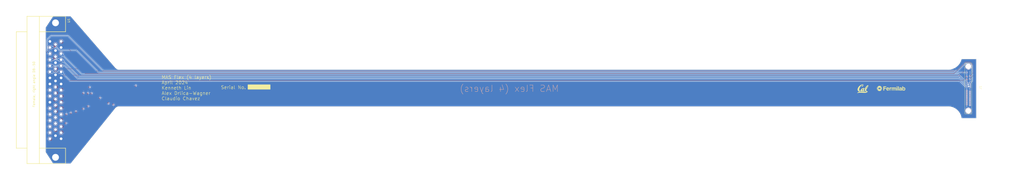
<source format=kicad_pcb>
(kicad_pcb (version 20221018) (generator pcbnew)
  (title_block (title "FNAL AstroDewar MAS Flex Circuit") (date "2024-01-13") (rev "1") (company "Lawrence Berkeley National Laboratory") (comment 1 "4 layers"))
  (layers (0 "F.Cu" signal) (1 "In1.Cu" signal) (2 "In2.Cu" signal) (31 "B.Cu" signal) (34 "B.Paste" user) (35 "F.Paste" user) (36 "B.SilkS" user "B.Silkscreen") (37 "F.SilkS" user "F.Silkscreen") (38 "B.Mask" user) (39 "F.Mask" user) (44 "Edge.Cuts" user))
  (net 0 "")
  (net 1 "GND")
  (net 2 "H1A")
  (net 3 "H2C")
  (net 4 "RGA")
  (net 5 "DGA")
  (net 6 "TGA")
  (net 7 "V1A")
  (net 8 "V2C")
  (net 9 "V3A")
  (net 10 "VREF")
  (net 11 "VDD")
  (net 12 "VDRAIN")
  (net 13 "P+MAS")
  (net 14 "VID2")
  (net 15 "VID1")
  (net 16 "VSUB")
  (net 17 "H1B")
  (net 18 "RGB")
  (net 19 "DGB")
  (net 20 "TGB")
  (net 21 "V1B")
  (net 22 "V3B")
  (net 23 "N+MAS")
  (net 24 "VID4")
  (net 25 "VID3")
  (net 28 "H3A")
  (net 29 "SWA")
  (net 30 "OGA")
  (net 31 "H3B")
  (net 32 "SWB")
  (net 33 "OGB")
  (footprint "projectFootprints:Omnetics_A28500-051_vertmount" (layer "F.Cu") (at 527.605664 220.628284 90)
    (fp_text reference "J1" (at 8.3947 6.199 90 unlocked) (layer "F.SilkS") (effects (font (thickness 0.1))))
    (fp_text value "Conn_02x25_Top_Bottom")
    (pad "1" thru_hole circle (at 0 0 90) (size 0.5334 0.5334) (drill 0.3302) (layers "*.Cu" "*.Mask") (net 1 "GND"))
    (pad "2" thru_hole circle (at 0.635 0 90) (size 0.5334 0.5334) (drill 0.3302) (layers "*.Cu" "*.Mask") (net 2 "H1A"))
    (pad "3" thru_hole circle (at 1.27 0 90) (size 0.5334 0.5334) (drill 0.3302) (layers "*.Cu" "*.Mask") (net 3 "H2C"))
    (pad "4" thru_hole circle (at 1.905 0 90) (size 0.5334 0.5334) (drill 0.3302) (layers "*.Cu" "*.Mask") (net 28 "H3A"))
    (pad "5" thru_hole circle (at 2.54 0 90) (size 0.5334 0.5334) (drill 0.3302) (layers "*.Cu" "*.Mask") (net 4 "RGA"))
    (pad "6" thru_hole circle (at 3.175 0 90) (size 0.5334 0.5334) (drill 0.3302) (layers "*.Cu" "*.Mask") (net 29 "SWA"))
    (pad "7" thru_hole circle (at 3.81 0 90) (size 0.5334 0.5334) (drill 0.3302) (layers "*.Cu" "*.Mask") (net 30 "OGA"))
    (pad "8" thru_hole circle (at 4.445 0 90) (size 0.5334 0.5334) (drill 0.3302) (layers "*.Cu" "*.Mask") (net 5 "DGA"))
    (pad "9" thru_hole circle (at 5.08 0 90) (size 0.5334 0.5334) (drill 0.3302) (layers "*.Cu" "*.Mask") (net 6 "TGA"))
    (pad "10" thru_hole circle (at 5.715 0 90) (size 0.5334 0.5334) (drill 0.3302) (layers "*.Cu" "*.Mask") (net 7 "V1A"))
    (pad "11" thru_hole circle (at 6.35 0 90) (size 0.5334 0.5334) (drill 0.3302) (layers "*.Cu" "*.Mask") (net 8 "V2C"))
    (pad "12" thru_hole circle (at 6.985 0 90) (size 0.5334 0.5334) (drill 0.3302) (layers "*.Cu" "*.Mask") (net 9 "V3A"))
    (pad "13" thru_hole circle (at 7.62 0 90) (size 0.5334 0.5334) (drill 0.3302) (layers "*.Cu" "*.Mask") (net 1 "GND"))
    (pad "14" thru_hole circle (at 8.255 0 90) (size 0.5334 0.5334) (drill 0.3302) (layers "*.Cu" "*.Mask") (net 1 "GND"))
    (pad "15" thru_hole circle (at 8.89 0 90) (size 0.5334 0.5334) (drill 0.3302) (layers "*.Cu" "*.Mask") (net 10 "VREF"))
    (pad "16" thru_hole circle (at 9.525 0 90) (size 0.5334 0.5334) (drill 0.3302) (layers "*.Cu" "*.Mask") (net 11 "VDD"))
    (pad "17" thru_hole circle (at 10.16 0 90) (size 0.5334 0.5334) (drill 0.3302) (layers "*.Cu" "*.Mask") (net 12 "VDRAIN"))
    (pad "18" thru_hole circle (at 10.795 0 90) (size 0.5334 0.5334) (drill 0.3302) (layers "*.Cu" "*.Mask") (net 13 "P+MAS"))
    (pad "19" thru_hole circle (at 11.43 0 90) (size 0.5334 0.5334) (drill 0.3302) (layers "*.Cu" "*.Mask") (net 1 "GND"))
    (pad "20" thru_hole circle (at 12.065 0 90) (size 0.5334 0.5334) (drill 0.3302) (layers "*.Cu" "*.Mask") (net 14 "VID2"))
    (pad "21" thru_hole circle (at 12.7 0 90) (size 0.5334 0.5334) (drill 0.3302) (layers "*.Cu" "*.Mask") (net 1 "GND"))
    (pad "22" thru_hole circle (at 13.335 0 90) (size 0.5334 0.5334) (drill 0.3302) (layers "*.Cu" "*.Mask") (net 15 "VID1"))
    (pad "23" thru_hole circle (at 13.97 0 90) (size 0.5334 0.5334) (drill 0.3302) (layers "*.Cu" "*.Mask") (net 1 "GND"))
    (pad "24" thru_hole circle (at 14.605 0 90) (size 0.5334 0.5334) (drill 0.3302) (layers "*.Cu" "*.Mask") (net 1 "GND"))
    (pad "25" thru_hole circle (at 15.24 0 90) (size 0.5334 0.5334) (drill 0.3302) (layers "*.Cu" "*.Mask") (net 16 "VSUB"))
    (pad "26" thru_hole circle (at 15.875 0 90) (size 0.5334 0.5334) (drill 0.3302) (layers "*.Cu" "*.Mask") (net 1 "GND"))
    (pad "27" thru_hole circle (at 0.3175 1.4478 90) (size 0.5334 0.5334) (drill 0.3302) (layers "*.Cu" "*.Mask") (net 31 "H3B"))
    (pad "28" thru_hole circle (at 0.9525 1.4478 90) (size 0.5334 0.5334) (drill 0.3302) (layers "*.Cu" "*.Mask") (net 3 "H2C"))
    (pad "29" thru_hole circle (at 1.5875 1.4478 90) (size 0.5334 0.5334) (drill 0.3302) (layers "*.Cu" "*.Mask") (net 17 "H1B"))
    (pad "30" thru_hole circle (at 2.2225 1.4478 90) (size 0.5334 0.5334) (drill 0.3302) (layers "*.Cu" "*.Mask") (net 18 "RGB"))
    (pad "31" thru_hole circle (at 2.8575 1.4478 90) (size 0.5334 0.5334) (drill 0.3302) (layers "*.Cu" "*.Mask") (net 32 "SWB"))
    (pad "32" thru_hole circle (at 3.4925 1.4478 90) (size 0.5334 0.5334) (drill 0.3302) (layers "*.Cu" "*.Mask") (net 33 "OGB"))
    (pad "33" thru_hole circle (at 4.1275 1.4478 90) (size 0.5334 0.5334) (drill 0.3302) (layers "*.Cu" "*.Mask") (net 19 "DGB"))
    (pad "34" thru_hole circle (at 4.7625 1.4478 90) (size 0.5334 0.5334) (drill 0.3302) (layers "*.Cu" "*.Mask") (net 20 "TGB"))
    (pad "35" thru_hole circle (at 5.3975 1.4478 90) (size 0.5334 0.5334) (drill 0.3302) (layers "*.Cu" "*.Mask") (net 21 "V1B"))
    (pad "36" thru_hole circle (at 6.0325 1.4478 90) (size 0.5334 0.5334) (drill 0.3302) (layers "*.Cu" "*.Mask") (net 8 "V2C"))
    (pad "37" thru_hole circle (at 6.6675 1.4478 90) (size 0.5334 0.5334) (drill 0.3302) (layers "*.Cu" "*.Mask") (net 22 "V3B"))
    (pad "38" thru_hole circle (at 7.3025 1.4478 90) (size 0.5334 0.5334) (drill 0.3302) (layers "*.Cu" "*.Mask") (net 1 "GND"))
    (pad "39" thru_hole circle (at 7.9375 1.4478 90) (size 0.5334 0.5334) (drill 0.3302) (layers "*.Cu" "*.Mask") (net 1 "GND"))
    (pad "40" thru_hole circle (at 8.5725 1.4478 90) (size 0.5334 0.5334) (drill 0.3302) (layers "*.Cu" "*.Mask") (net 10 "VREF"))
    (pad "41" thru_hole circle (at 9.2075 1.4478 90) (size 0.5334 0.5334) (drill 0.3302) (layers "*.Cu" "*.Mask") (net 11 "VDD"))
    (pad "42" thru_hole circle (at 9.8425 1.4478 90) (size 0.5334 0.5334) (drill 0.3302) (layers "*.Cu" "*.Mask") (net 12 "VDRAIN"))
    (pad "43" thru_hole circle (at 10.4775 1.4478 90) (size 0.5334 0.5334) (drill 0.3302) (layers "*.Cu" "*.Mask") (net 23 "N+MAS"))
    (pad "44" thru_hole circle (at 11.1125 1.4478 90) (size 0.5334 0.5334) (drill 0.3302) (layers "*.Cu" "*.Mask") (net 1 "GND"))
    (pad "45" thru_hole circle (at 11.7475 1.4478 90) (size 0.5334 0.5334) (drill 0.3302) (layers "*.Cu" "*.Mask") (net 1 "GND"))
    (pad "46" thru_hole circle (at 12.3825 1.4478 90) (size 0.5334 0.5334) (drill 0.3302) (layers "*.Cu" "*.Mask") (net 24 "VID4"))
    (pad "47" thru_hole circle (at 13.0175 1.4478 90) (size 0.5334 0.5334) (drill 0.3302) (layers "*.Cu" "*.Mask") (net 1 "GND"))
    (pad "48" thru_hole circle (at 13.6525 1.4478 90) (size 0.5334 0.5334) (drill 0.3302) (layers "*.Cu" "*.Mask") (net 25 "VID3"))
    (pad "49" thru_hole circle (at 14.2875 1.4478 90) (size 0.5334 0.5334) (drill 0.3302) (layers "*.Cu" "*.Mask") (net 1 "GND"))
    (pad "50" thru_hole circle (at 14.9225 1.4478 90) (size 0.5334 0.5334) (drill 0.3302) (layers "*.Cu" "*.Mask") (net 1 "GND"))
    (pad "51" thru_hole circle (at 15.5575 1.4478 90) (size 0.5334 0.5334) (drill 0.3302) (layers "*.Cu" "*.Mask") (net 1 "GND"))
    (pad "52" thru_hole circle (at -2.159 0.7112 90) (size 2.7432 2.7432) (drill 2.54) (layers "*.Cu" "*.Mask"))
    (pad "53" thru_hole circle (at 18.034 0.7112 90) (size 2.7432 2.7432) (drill 2.54) (layers "*.Cu" "*.Mask"))
  )
  (footprint "projectFootprints:fnal_logo" (layer "F.Cu") (at 493.217631 212.636424)
    (fp_text reference "G***" hide)
    (fp_text value "LOGO" hide)
  )
  (footprint "projectFootprints:DB50-Female-RightAngle-1195-5050-ND" (layer "F.Cu") (at 116.482431 191.224024 -90)
    (fp_text reference "U1" (at -9.5 -3.5 90) (layer "F.SilkS"))
    (fp_text value "DB-50-LTA-V2" hide)
    (pad "1" thru_hole rect (at 44.2978 0.0002 270) (size 1.7018 1.7018) (drill 1.1938) (layers "*.Cu" "*.Mask") (net 1 "GND"))
    (pad "2" thru_hole circle (at 41.5292 0.0002 270) (size 1.7018 1.7018) (drill 1.1938) (layers "*.Cu" "*.Mask") (net 2 "H1A"))
    (pad "3" thru_hole circle (at 38.7606 0.0002 270) (size 1.7018 1.7018) (drill 1.1938) (layers "*.Cu" "*.Mask") (net 3 "H2C"))
    (pad "4" thru_hole circle (at 35.992 0.0002 270) (size 1.7018 1.7018) (drill 1.1938) (layers "*.Cu" "*.Mask") (net 28 "H3A"))
    (pad "5" thru_hole circle (at 33.2234 0.0002 270) (size 1.7018 1.7018) (drill 1.1938) (layers "*.Cu" "*.Mask") (net 4 "RGA"))
    (pad "6" thru_hole circle (at 30.4548 0.0002 270) (size 1.7018 1.7018) (drill 1.1938) (layers "*.Cu" "*.Mask") (net 29 "SWA"))
    (pad "7" thru_hole circle (at 27.6862 0.0002 270) (size 1.7018 1.7018) (drill 1.1938) (layers "*.Cu" "*.Mask") (net 30 "OGA"))
    (pad "8" thru_hole circle (at 24.9176 0.0002 270) (size 1.7018 1.7018) (drill 1.1938) (layers "*.Cu" "*.Mask") (net 5 "DGA"))
    (pad "9" thru_hole circle (at 22.149 0.0002 270) (size 1.7018 1.7018) (drill 1.1938) (layers "*.Cu" "*.Mask") (net 6 "TGA"))
    (pad "10" thru_hole circle (at 19.3804 0.0002 270) (size 1.7018 1.7018) (drill 1.1938) (layers "*.Cu" "*.Mask") (net 1 "GND"))
    (pad "11" thru_hole circle (at 16.6118 0.0002 270) (size 1.7018 1.7018) (drill 1.1938) (layers "*.Cu" "*.Mask") (net 1 "GND"))
    (pad "12" thru_hole circle (at 13.8432 0.0002 270) (size 1.7018 1.7018) (drill 1.1938) (layers "*.Cu" "*.Mask") (net 10 "VREF"))
    (pad "13" thru_hole circle (at 11.0746 0.0002 270) (size 1.7018 1.7018) (drill 1.1938) (layers "*.Cu" "*.Mask") (net 11 "VDD"))
    (pad "14" thru_hole circle (at 8.306 0.0002 270) (size 1.7018 1.7018) (drill 1.1938) (layers "*.Cu" "*.Mask") (net 12 "VDRAIN"))
    (pad "15" thru_hole circle (at 5.5374 0.0002 270) (size 1.7018 1.7018) (drill 1.1938) (layers "*.Cu" "*.Mask") (net 13 "P+MAS"))
    (pad "16" thru_hole circle (at 2.7688 0.0002 270) (size 1.7018 1.7018) (drill 1.1938) (layers "*.Cu" "*.Mask") (net 1 "GND"))
    (pad "17" thru_hole circle (at 0.0002 0.0002 270) (size 1.7018 1.7018) (drill 1.1938) (layers "*.Cu" "*.Mask") (net 24 "VID4"))
    (pad "18" thru_hole circle (at 42.9135 2.54 270) (size 1.7018 1.7018) (drill 1.1938) (layers "*.Cu" "*.Mask") (net 1 "GND"))
    (pad "19" thru_hole circle (at 40.1449 2.54 270) (size 1.7018 1.7018) (drill 1.1938) (layers "*.Cu" "*.Mask") (net 31 "H3B"))
    (pad "20" thru_hole circle (at 37.3763 2.54 270) (size 1.7018 1.7018) (drill 1.1938) (layers "*.Cu" "*.Mask") (net 3 "H2C"))
    (pad "21" thru_hole circle (at 34.6077 2.54 270) (size 1.7018 1.7018) (drill 1.1938) (layers "*.Cu" "*.Mask") (net 17 "H1B"))
    (pad "22" thru_hole circle (at 31.8391 2.54 270) (size 1.7018 1.7018) (drill 1.1938) (layers "*.Cu" "*.Mask") (net 18 "RGB"))
    (pad "23" thru_hole circle (at 29.0705 2.54 270) (size 1.7018 1.7018) (drill 1.1938) (layers "*.Cu" "*.Mask") (net 32 "SWB"))
    (pad "24" thru_hole circle (at 26.3019 2.54 270) (size 1.7018 1.7018) (drill 1.1938) (layers "*.Cu" "*.Mask") (net 33 "OGB"))
    (pad "25" thru_hole circle (at 23.5333 2.54 270) (size 1.7018 1.7018) (drill 1.1938) (layers "*.Cu" "*.Mask") (net 19 "DGB"))
    (pad "26" thru_hole circle (at 20.7647 2.54 270) (size 1.7018 1.7018) (drill 1.1938) (layers "*.Cu" "*.Mask") (net 20 "TGB"))
    (pad "27" thru_hole circle (at 17.9961 2.54 270) (size 1.7018 1.7018) (drill 1.1938) (layers "*.Cu" "*.Mask") (net 1 "GND"))
    (pad "28" thru_hole circle (at 15.2275 2.54 270) (size 1.7018 1.7018) (drill 1.1938) (layers "*.Cu" "*.Mask") (net 1 "GND"))
    (pad "29" thru_hole circle (at 12.4589 2.54 270) (size 1.7018 1.7018) (drill 1.1938) (layers "*.Cu" "*.Mask") (net 25 "VID3"))
    (pad "30" thru_hole circle (at 9.6903 2.54 270) (size 1.7018 1.7018) (drill 1.1938) (layers "*.Cu" "*.Mask") (net 1 "GND"))
    (pad "31" thru_hole circle (at 6.9217 2.54 270) (size 1.7018 1.7018) (drill 1.1938) (layers "*.Cu" "*.Mask") (net 14 "VID2"))
    (pad "32" thru_hole circle (at 4.1531 2.54 270) (size 1.7018 1.7018) (drill 1.1938) (layers "*.Cu" "*.Mask") (net 1 "GND"))
    (pad "33" thru_hole circle (at 1.3845 2.54 270) (size 1.7018 1.7018) (drill 1.1938) (layers "*.Cu" "*.Mask") (net 15 "VID1"))
    (pad "34" thru_hole circle (at 44.2978 5.0798 270) (size 1.7018 1.7018) (drill 1.1938) (layers "*.Cu" "*.Mask") (net 7 "V1A"))
    (pad "35" thru_hole circle (at 41.5292 5.0798 270) (size 1.7018 1.7018) (drill 1.1938) (layers "*.Cu" "*.Mask") (net 21 "V1B"))
    (pad "36" thru_hole circle (at 38.7606 5.0798 270) (size 1.7018 1.7018) (drill 1.1938) (layers "*.Cu" "*.Mask") (net 8 "V2C"))
    (pad "37" thru_hole circle (at 35.992 5.0798 270) (size 1.7018 1.7018) (drill 1.1938) (layers "*.Cu" "*.Mask") (net 8 "V2C"))
    (pad "38" thru_hole circle (at 33.2234 5.0798 270) (size 1.7018 1.7018) (drill 1.1938) (layers "*.Cu" "*.Mask") (net 9 "V3A"))
    (pad "39" thru_hole circle (at 30.4548 5.0798 270) (size 1.7018 1.7018) (drill 1.1938) (layers "*.Cu" "*.Mask") (net 22 "V3B"))
    (pad "40" thru_hole circle (at 27.6862 5.0798 270) (size 1.7018 1.7018) (drill 1.1938) (layers "*.Cu" "*.Mask") (net 1 "GND"))
    (pad "41" thru_hole circle (at 24.9176 5.0798 270) (size 1.7018 1.7018) (drill 1.1938) (layers "*.Cu" "*.Mask"))
    (pad "42" thru_hole circle (at 22.149 5.0798 270) (size 1.7018 1.7018) (drill 1.1938) (layers "*.Cu" "*.Mask"))
    (pad "43" thru_hole circle (at 19.3804 5.0798 270) (size 1.7018 1.7018) (drill 1.1938) (layers "*.Cu" "*.Mask") (net 1 "GND"))
    (pad "44" thru_hole circle (at 16.6118 5.0798 270) (size 1.7018 1.7018) (drill 1.1938) (layers "*.Cu" "*.Mask") (net 1 "GND"))
    (pad "45" thru_hole circle (at 13.8432 5.0798 270) (size 1.7018 1.7018) (drill 1.1938) (layers "*.Cu" "*.Mask") (net 10 "VREF"))
    (pad "46" thru_hole circle (at 11.0746 5.0798 270) (size 1.7018 1.7018) (drill 1.1938) (layers "*.Cu" "*.Mask") (net 11 "VDD"))
    (pad "47" thru_hole circle (at 8.306 5.0798 270) (size 1.7018 1.7018) (drill 1.1938) (layers "*.Cu" "*.Mask") (net 12 "VDRAIN"))
    (pad "48" thru_hole circle (at 5.5374 5.0798 270) (size 1.7018 1.7018) (drill 1.1938) (layers "*.Cu" "*.Mask") (net 23 "N+MAS"))
    (pad "49" thru_hole circle (at 2.7688 5.0798 270) (size 1.7018 1.7018) (drill 1.1938) (layers "*.Cu" "*.Mask") (net 16 "VSUB"))
    (pad "50" thru_hole circle (at 0.0002 5.0798 270) (size 1.7018 1.7018) (drill 1.1938) (layers "*.Cu" "*.Mask") (net 1 "GND"))
    (pad "51" thru_hole circle (at 52.756 2.54 270) (size 3.556 3.556) (drill 3.1) (layers "*.Cu" "*.Mask") (net 1 "GND"))
    (pad "52" thru_hole circle (at -8.458 2.54 270) (size 3.556 3.556) (drill 3.1) (layers "*.Cu" "*.Mask") (net 1 "GND"))
  )
  (footprint "projectFootprints:cal" (layer "F.Cu") (at 480.390631 212.763424)
    (fp_text reference "G***" hide)
    (fp_text value "LOGO" hide)
  )
  (gr_rect (start 201.293031 210.934624) (end 211.402231 213.017424) (stroke (width 0.15)) (fill solid) (layer "F.SilkS"))
  (gr_line (start 120.800431 246.8) (end 141.045794 221.620943) (stroke (width 0.1)) (layer "Edge.Cuts"))
  (gr_arc (start 142.977051 204.080424) (mid 141.922394 203.894623) (end 141.061635 203.257506) (stroke (width 0.1)) (layer "Edge.Cuts"))
  (gr_line (start 109.5 184.937724) (end 109.5 241.592424) (stroke (width 0.1)) (layer "Edge.Cuts"))
  (gr_line (start 142.977051 204.080424) (end 518.824569 204.080424) (stroke (width 0.1)) (layer "Edge.Cuts"))
  (gr_line (start 120.800431 179.83) (end 141.061635 203.257506) (stroke (width 0.1)) (layer "Edge.Cuts"))
  (gr_arc (start 518.842217 220.790648) (mid 523.087598 222.237194) (end 525.258955 226.1616) (stroke (width 0.1)) (layer "Edge.Cuts"))
  (gr_line (start 525.258955 199.29529) (end 531.878693 199.29529) (stroke (width 0.1)) (layer "Edge.Cuts"))
  (gr_line (start 109.5 184.937724) (end 112.875631 179.83) (stroke (width 0.1)) (layer "Edge.Cuts"))
  (gr_line (start 109.5 241.592424) (end 112.875631 246.8) (stroke (width 0.1)) (layer "Edge.Cuts"))
  (gr_arc (start 525.258955 199.29529) (mid 522.900053 202.841968) (end 518.824569 204.080424) (stroke (width 0.1)) (layer "Edge.Cuts"))
  (gr_line (start 531.878693 199.29529) (end 531.881716 226.1616) (stroke (width 0.1)) (layer "Edge.Cuts"))
  (gr_arc (start 141.045794 221.620943) (mid 141.913041 220.978708) (end 142.975682 220.79062) (stroke (width 0.1)) (layer "Edge.Cuts"))
  (gr_line (start 525.258955 226.1616) (end 531.881716 226.1616) (stroke (width 0.1)) (layer "Edge.Cuts"))
  (gr_line (start 142.975682 220.790619) (end 518.842216 220.790619) (stroke (width 0.1)) (layer "Edge.Cuts"))
  (gr_line (start 112.875631 179.83) (end 120.800431 179.83) (stroke (width 0.1)) (layer "Edge.Cuts"))
  (gr_line (start 112.875631 246.8) (end 120.800431 246.8) (stroke (width 0.1)) (layer "Edge.Cuts"))
  (gr_text "MAS Flex (4 layers)" (at 342.5952 214.4268) (layer "B.SilkS") (effects (font (size 3 3)) (justify left bottom mirror)))
  (gr_text "Serial No. " (at 188.948631 213.017424) (layer "F.SilkS") (effects (font (size 1.5 1.5)) (justify left bottom)))
  (gr_text "Female, right angle DB-50" (at 104.747631 221.247024 90) (layer "F.SilkS") (effects (font (size 1 1)) (justify left bottom)))
  (gr_text "MAS Flex (4 layers)\nApril 2024\nKenneth Lin\nAlex Drlica-Wagner\nClaudio Chavez" (at 162.024631 218.097424) (layer "F.SilkS") (effects (font (size 1.5 1.5)) (justify left bottom)))
  (segment (start 123.2408 226.5172) (end 117.004776 232.753224) (width 0.1524) (layer "F.Cu") (net 2))
  (segment (start 123.2408 223.0628) (end 123.2408 226.5172) (width 0.1524) (layer "F.Cu") (net 2))
  (segment (start 117.004776 232.753224) (end 116.482231 232.753224) (width 0.1524) (layer "F.Cu") (net 2))
  (via (at 123.2408 223.0628) (size 0.8) (drill 0.4) (layers "F.Cu" "B.Cu") (net 2))
  (segment (start 120.904 223.6724) (end 120.904 228.092) (width 0.1524) (layer "F.Cu") (net 3))
  (segment (start 119.011376 229.984624) (end 116.482231 229.984624) (width 0.1524) (layer "F.Cu") (net 3))
  (segment (start 120.904 228.092) (end 119.011376 229.984624) (width 0.1524) (layer "F.Cu") (net 3))
  (via (at 120.904 223.6724) (size 0.8) (drill 0.4) (layers "F.Cu" "B.Cu") (net 3))
  (segment (start 126.6698 214.7062) (end 125.222 216.154) (width 0.1524) (layer "F.Cu") (net 5))
  (segment (start 125.222 216.154) (end 116.494607 216.154) (width 0.1524) (layer "F.Cu") (net 5))
  (segment (start 116.494607 216.154) (end 116.482231 216.141624) (width 0.1524) (layer "F.Cu") (net 5))
  (via (at 126.6698 214.7062) (size 0.8) (drill 0.4) (layers "F.Cu" "B.Cu") (net 5))
  (segment (start 129.4892 212.0392) (end 117.816055 212.0392) (width 0.1524) (layer "F.Cu") (net 6))
  (segment (start 117.816055 212.0392) (end 116.482231 213.373024) (width 0.1524) (layer "F.Cu") (net 6))
  (via (at 129.4892 212.0392) (size 0.8) (drill 0.4) (layers "F.Cu" "B.Cu") (net 6))
  (segment (start 150.4188 211.328) (end 150.3172 211.328) (width 0.1524) (layer "F.Cu") (net 7))
  (segment (start 150.3172 211.328) (end 123.583376 238.061824) (width 0.1524) (layer "F.Cu") (net 7))
  (segment (start 123.583376 238.061824) (end 113.942631 238.061824) (width 0.1524) (layer "F.Cu") (net 7))
  (segment (start 113.942631 238.061824) (end 111.402631 235.521824) (width 0.1524) (layer "F.Cu") (net 7))
  (via (at 150.4188 211.328) (size 0.8) (drill 0.4) (layers "F.Cu" "B.Cu") (net 7))
  (segment (start 120.7008 209.296) (end 116.482231 205.077431) (width 0.3048) (layer "B.Cu") (net 10))
  (segment (start 526.901484 211.738284) (end 524.4592 209.296) (width 0.3048) (layer "B.Cu") (net 10))
  (segment (start 116.317455 205.232) (end 111.567407 205.232) (width 0.3048) (layer "B.Cu") (net 10))
  (segment (start 111.567407 205.232) (end 111.402631 205.067224) (width 0.3048) (layer "B.Cu") (net 10))
  (segment (start 524.4592 209.296) (end 120.7008 209.296) (width 0.3048) (layer "B.Cu") (net 10))
  (segment (start 527.605664 211.738284) (end 527.815884 211.738284) (width 0.3048) (layer "B.Cu") (net 10))
  (segment (start 527.815884 211.738284) (end 528.133384 212.055784) (width 0.3048) (layer "B.Cu") (net 10))
  (segment (start 116.482231 205.067224) (end 116.317455 205.232) (width 0.3048) (layer "B.Cu") (net 10))
  (segment (start 527.605664 211.738284) (end 526.901484 211.738284) (width 0.3048) (layer "B.Cu") (net 10))
  (segment (start 116.482231 205.077431) (end 116.482231 205.067224) (width 0.3048) (layer "B.Cu") (net 10))
  (segment (start 528.133384 212.055784) (end 529.053464 212.055784) (width 0.3048) (layer "B.Cu") (net 10))
  (segment (start 118.158831 202.298624) (end 111.402631 202.298624) (width 0.3048) (layer "B.Cu") (net 11))
  (segment (start 529.053464 211.420784) (end 528.952083 211.420784) (width 0.3048) (layer "B.Cu") (net 11))
  (segment (start 527.576599 211.1756) (end 524.477799 208.0768) (width 0.3048) (layer "B.Cu") (net 11))
  (segment (start 524.477799 208.0768) (end 123.937007 208.0768) (width 0.3048) (layer "B.Cu") (net 11))
  (segment (start 528.952083 211.420784) (end 528.706899 211.1756) (width 0.3048) (layer "B.Cu") (net 11))
  (segment (start 528.706899 211.1756) (end 527.576599 211.1756) (width 0.3048) (layer "B.Cu") (net 11))
  (segment (start 123.937007 208.0768) (end 118.158831 202.298624) (width 0.3048) (layer "B.Cu") (net 11))
  (segment (start 529.053464 210.785784) (end 528.952083 210.785784) (width 0.3048) (layer "B.Cu") (net 12))
  (segment (start 116.827624 199.530024) (end 111.402631 199.530024) (width 0.3048) (layer "B.Cu") (net 12))
  (segment (start 124.4092 207.1116) (end 116.827624 199.530024) (width 0.3048) (layer "B.Cu") (net 12))
  (segment (start 528.952083 210.785784) (end 528.579899 210.4136) (width 0.3048) (layer "B.Cu") (net 12))
  (segment (start 528.579899 210.4136) (end 527.449599 210.4136) (width 0.3048) (layer "B.Cu") (net 12))
  (segment (start 527.449599 210.4136) (end 524.147599 207.1116) (width 0.3048) (layer "B.Cu") (net 12))
  (segment (start 524.147599 207.1116) (end 124.4092 207.1116) (width 0.3048) (layer "B.Cu") (net 12))
  (segment (start 523.792184 206.139784) (end 527.485684 209.833284) (width 0.3048) (layer "B.Cu") (net 13))
  (segment (start 527.485684 209.833284) (end 527.605664 209.833284) (width 0.3048) (layer "B.Cu") (net 13))
  (segment (start 116.482231 196.761424) (end 125.860591 206.139784) (width 0.3048) (layer "B.Cu") (net 13))
  (segment (start 125.860591 206.139784) (end 523.792184 206.139784) (width 0.3048) (layer "B.Cu") (net 13))
  (segment (start 528.340064 204.794864) (end 527.7612 204.216) (width 0.1524) (layer "F.Cu") (net 14))
  (segment (start 112.672431 199.415724) (end 113.942431 198.145724) (width 0.1524) (layer "F.Cu") (net 14))
  (segment (start 527.7612 204.216) (end 526.860248 204.216) (width 0.1524) (layer "F.Cu") (net 14))
  (segment (start 527.605664 208.563284) (end 528.340064 207.828884) (width 0.1524) (layer "F.Cu") (net 14))
  (segment (start 524.421848 206.6544) (end 116.113807 206.6544) (width 0.1524) (layer "F.Cu") (net 14))
  (segment (start 114.488207 205.0288) (end 113.472207 205.0288) (width 0.1524) (layer "F.Cu") (net 14))
  (segment (start 112.672431 204.229024) (end 112.672431 199.415724) (width 0.1524) (layer "F.Cu") (net 14))
  (segment (start 116.113807 206.6544) (end 114.488207 205.0288) (width 0.1524) (layer "F.Cu") (net 14))
  (segment (start 526.860248 204.216) (end 524.421848 206.6544) (width 0.1524) (layer "F.Cu") (net 14))
  (segment (start 113.472207 205.0288) (end 112.672431 204.229024) (width 0.1524) (layer "F.Cu") (net 14))
  (segment (start 528.340064 207.828884) (end 528.340064 204.794864) (width 0.1524) (layer "F.Cu") (net 14))
  (segment (start 525.956024 208.953424) (end 527.161164 207.748284) (width 0.1524) (layer "F.Cu") (net 15))
  (segment (start 114.552031 207.785024) (end 115.720431 208.953424) (width 0.1524) (layer "F.Cu") (net 15))
  (segment (start 527.161164 207.737784) (end 527.605664 207.293284) (width 0.1524) (layer "F.Cu") (net 15))
  (segment (start 113.942431 192.608524) (end 113.942431 193.307024) (width 0.1524) (layer "F.Cu") (net 15))
  (segment (start 113.942431 193.307024) (end 111.821855 195.4276) (width 0.1524) (layer "F.Cu") (net 15))
  (segment (start 111.0488 206.7052) (end 112.151407 206.7052) (width 0.1524) (layer "F.Cu") (net 15))
  (segment (start 110.744 195.4276) (end 110.0836 196.088) (width 0.1524) (layer "F.Cu") (net 15))
  (segment (start 111.821855 195.4276) (end 110.744 195.4276) (width 0.1524) (layer "F.Cu") (net 15))
  (segment (start 527.161164 207.748284) (end 527.161164 207.737784) (width 0.1524) (layer "F.Cu") (net 15))
  (segment (start 113.231231 207.785024) (end 114.552031 207.785024) (width 0.1524) (layer "F.Cu") (net 15))
  (segment (start 115.720431 208.953424) (end 525.956024 208.953424) (width 0.1524) (layer "F.Cu") (net 15))
  (segment (start 114.005931 192.545024) (end 113.942431 192.608524) (width 0.1524) (layer "F.Cu") (net 15))
  (segment (start 110.0836 205.74) (end 111.0488 206.7052) (width 0.1524) (layer "F.Cu") (net 15))
  (segment (start 112.151407 206.7052) (end 113.231231 207.785024) (width 0.1524) (layer "F.Cu") (net 15))
  (segment (start 110.0836 196.088) (end 110.0836 205.74) (width 0.1524) (layer "F.Cu") (net 15))
  (segment (start 527.55098 205.3336) (end 133.5532 205.3336) (width 0.3048) (layer "B.Cu") (net 16))
  (segment (start 115.822031 195.288224) (end 114.526631 193.992824) (width 0.3048) (layer "B.Cu") (net 16))
  (segment (start 133.5532 205.3336) (end 123.507824 195.288224) (width 0.3048) (layer "B.Cu") (net 16))
  (segment (start 123.507824 195.288224) (end 115.822031 195.288224) (width 0.3048) (layer "B.Cu") (net 16))
  (segment (start 527.605664 205.388284) (end 527.55098 205.3336) (width 0.3048) (layer "B.Cu") (net 16))
  (segment (start 114.526631 193.992824) (end 111.402631 193.992824) (width 0.3048) (layer "B.Cu") (net 16))
  (segment (start 121.6152 221.8944) (end 120.2436 223.266) (width 0.1524) (layer "F.Cu") (net 18))
  (segment (start 114.145307 223.266) (end 113.942431 223.063124) (width 0.1524) (layer "F.Cu") (net 18))
  (segment (start 120.2436 223.266) (end 114.145307 223.266) (width 0.1524) (layer "F.Cu") (net 18))
  (segment (start 126.5936 221.8944) (end 121.6152 221.8944) (width 0.1524) (layer "F.Cu") (net 18))
  (via (at 126.5936 221.8944) (size 0.8) (drill 0.4) (layers "F.Cu" "B.Cu") (net 18))
  (segment (start 114.171355 214.5284) (end 113.942431 214.757324) (width 0.1524) (layer "F.Cu") (net 19))
  (segment (start 138.0236 219.456) (end 132.08 213.5124) (width 0.1524) (layer "F.Cu") (net 19))
  (segment (start 117.5004 214.5284) (end 114.171355 214.5284) (width 0.1524) (layer "F.Cu") (net 19))
  (segment (start 132.08 213.5124) (end 118.5164 213.5124) (width 0.1524) (layer "F.Cu") (net 19))
  (segment (start 118.5164 213.5124) (end 117.5004 214.5284) (width 0.1524) (layer "F.Cu") (net 19))
  (via (at 138.0236 219.456) (size 0.8) (drill 0.4) (layers "F.Cu" "B.Cu") (net 19))
  (segment (start 131.318 211.1248) (end 117.4496 211.1248) (width 0.1524) (layer "F.Cu") (net 20))
  (segment (start 117.4496 211.1248) (end 116.586 211.9884) (width 0.1524) (layer "F.Cu") (net 20))
  (segment (start 116.586 211.9884) (end 113.942755 211.9884) (width 0.1524) (layer "F.Cu") (net 20))
  (segment (start 113.942755 211.9884) (end 113.942431 211.988724) (width 0.1524) (layer "F.Cu") (net 20))
  (segment (start 140.2588 220.0656) (end 131.318 211.1248) (width 0.1524) (layer "F.Cu") (net 20))
  (via (at 140.2588 220.0656) (size 0.8) (drill 0.4) (layers "F.Cu" "B.Cu") (net 20))
  (segment (start 529.047784 200.930584) (end 527.148464 200.930584) (width 0.3048) (layer "B.Cu") (net 23))
  (segment (start 529.154845 210.150784) (end 530.118064 209.187565) (width 0.3048) (layer "B.Cu") (net 23))
  (segment (start 110.0836 190.409455) (end 110.0836 195.442393) (width 0.3048) (layer "B.Cu") (net 23))
  (segment (start 110.0836 195.442393) (end 111.402631 196.761424) (width 0.3048) (layer "B.Cu") (net 23))
  (segment (start 135.5852 204.5716) (end 119.634 188.6204) (width 0.3048) (layer "B.Cu") (net 23))
  (segment (start 529.053464 210.150784) (end 529.154845 210.150784) (width 0.3048) (layer "B.Cu") (net 23))
  (segment (start 523.507448 204.5716) (end 135.5852 204.5716) (width 0.3048) (layer "B.Cu") (net 23))
  (segment (start 527.148464 200.930584) (end 523.507448 204.5716) (width 0.3048) (layer "B.Cu") (net 23))
  (segment (start 530.118064 202.000864) (end 529.047784 200.930584) (width 0.3048) (layer "B.Cu") (net 23))
  (segment (start 119.634 188.6204) (end 111.872655 188.6204) (width 0.3048) (layer "B.Cu") (net 23))
  (segment (start 111.872655 188.6204) (end 110.0836 190.409455) (width 0.3048) (layer "B.Cu") (net 23))
  (segment (start 530.118064 209.187565) (end 530.118064 202.000864) (width 0.3048) (layer "B.Cu") (net 23))
  (segment (start 529.44108 199.9996) (end 526.3896 199.9996) (width 0.1524) (layer "F.Cu") (net 24))
  (segment (start 521.671816 204.717384) (end 129.975391 204.717384) (width 0.1524) (layer "F.Cu") (net 24))
  (segment (start 529.053464 208.245784) (end 530.829264 206.469984) (width 0.1524) (layer "F.Cu") (net 24))
  (segment (start 526.3896 199.9996) (end 521.671816 204.717384) (width 0.1524) (layer "F.Cu") (net 24))
  (segment (start 530.829264 206.469984) (end 530.829264 201.387784) (width 0.1524) (layer "F.Cu") (net 24))
  (segment (start 530.829264 201.387784) (end 529.44108 199.9996) (width 0.1524) (layer "F.Cu") (net 24))
  (segment (start 129.975391 204.717384) (end 116.482231 191.224224) (width 0.1524) (layer "F.Cu") (net 24))
  (segment (start 127.333991 205.784184) (end 125.232731 203.682924) (width 0.1524) (layer "F.Cu") (net 25))
  (segment (start 527.012648 200.6092) (end 521.837664 205.784184) (width 0.1524) (layer "F.Cu") (net 25))
  (segment (start 529.1328 200.6092) (end 527.012648 200.6092) (width 0.1524) (layer "F.Cu") (net 25))
  (segment (start 125.232731 203.682924) (end 113.942431 203.682924) (width 0.1524) (layer "F.Cu") (net 25))
  (segment (start 530.4536 201.93) (end 529.1328 200.6092) (width 0.1524) (layer "F.Cu") (net 25))
  (segment (start 530.4536 205.575648) (end 530.4536 201.93) (width 0.1524) (layer "F.Cu") (net 25))
  (segment (start 521.837664 205.784184) (end 127.333991 205.784184) (width 0.1524) (layer "F.Cu") (net 25))
  (segment (start 529.053464 206.975784) (end 530.4536 205.575648) (width 0.1524) (layer "F.Cu") (net 25))
  (segment (start 114.132931 203.873424) (end 113.942431 203.682924) (width 0.1524) (layer "B.Cu") (net 25))
  (segment (start 116.482231 226.773369) (end 116.482231 227.216024) (width 0.1524) (layer "F.Cu") (net 28))
  (segment (start 118.9228 224.282) (end 118.9228 224.3328) (width 0.1524) (layer "F.Cu") (net 28))
  (segment (start 118.9228 224.3328) (end 116.482231 226.773369) (width 0.1524) (layer "F.Cu") (net 28))
  (via (at 118.9228 224.282) (size 0.8) (drill 0.4) (layers "F.Cu" "B.Cu") (net 28))
  (segment (start 119.124255 219.6592) (end 117.104631 221.678824) (width 0.1524) (layer "F.Cu") (net 29))
  (segment (start 125.5268 219.6592) (end 119.124255 219.6592) (width 0.1524) (layer "F.Cu") (net 29))
  (segment (start 117.104631 221.678824) (end 116.482231 221.678824) (width 0.1524) (layer "F.Cu") (net 29))
  (segment (start 130.3782 214.8078) (end 125.5268 219.6592) (width 0.1524) (layer "F.Cu") (net 29))
  (via (at 130.3782 214.8078) (size 0.8) (drill 0.4) (layers "F.Cu" "B.Cu") (net 29))
  (segment (start 126.0348 217.424) (end 117.968455 217.424) (width 0.1524) (layer "F.Cu") (net 30))
  (segment (start 128.7272 214.7316) (end 126.0348 217.424) (width 0.1524) (layer "F.Cu") (net 30))
  (segment (start 117.968455 217.424) (end 116.482231 218.910224) (width 0.1524) (layer "F.Cu") (net 30))
  (via (at 128.7272 214.7316) (size 0.8) (drill 0.4) (layers "F.Cu" "B.Cu") (net 30))
  (segment (start 116.928576 234.150224) (end 115.684624 234.150224) (width 0.1524) (layer "F.Cu") (net 31))
  (segment (start 115.684624 234.150224) (end 113.942431 232.408031) (width 0.1524) (layer "F.Cu") (net 31))
  (segment (start 134.2136 216.916) (end 134.1628 216.916) (width 0.1524) (layer "F.Cu") (net 31))
  (segment (start 113.942431 232.408031) (end 113.942431 231.368924) (width 0.1524) (layer "F.Cu") (net 31))
  (segment (start 134.1628 216.916) (end 116.928576 234.150224) (width 0.1524) (layer "F.Cu") (net 31))
  (via (at 134.2136 216.916) (size 0.8) (drill 0.4) (layers "F.Cu" "B.Cu") (net 31))
  (segment (start 113.955131 231.356224) (end 113.942431 231.368924) (width 0.1524) (layer "B.Cu") (net 31))
  (segment (start 113.942431 221.028831) (end 113.942431 220.294524) (width 0.1524) (layer "F.Cu") (net 32))
  (segment (start 128.8288 220.726) (end 128.7272 220.8276) (width 0.1524) (layer "F.Cu") (net 32))
  (segment (start 128.7272 220.8276) (end 121.3104 220.8276) (width 0.1524) (layer "F.Cu") (net 32))
  (segment (start 115.7224 222.8088) (end 113.942431 221.028831) (width 0.1524) (layer "F.Cu") (net 32))
  (segment (start 119.3292 222.8088) (end 115.7224 222.8088) (width 0.1524) (layer "F.Cu") (net 32))
  (segment (start 121.3104 220.8276) (end 119.3292 222.8088) (width 0.1524) (layer "F.Cu") (net 32))
  (via (at 128.8288 220.726) (size 0.8) (drill 0.4) (layers "F.Cu" "B.Cu") (net 32))
  (segment (start 112.7252 218.743155) (end 113.942431 217.525924) (width 0.1524) (layer "F.Cu") (net 33))
  (segment (start 114.4016 227.2792) (end 113.5888 227.2792) (width 0.1524) (layer "F.Cu") (net 33))
  (segment (start 115.57 228.4476) (end 114.4016 227.2792) (width 0.1524) (layer "F.Cu") (net 33))
  (segment (start 113.5888 227.2792) (end 112.7252 226.4156) (width 0.1524) (layer "F.Cu") (net 33))
  (segment (start 112.7252 226.4156) (end 112.7252 218.743155) (width 0.1524) (layer "F.Cu") (net 33))
  (segment (start 118.7704 228.4476) (end 115.57 228.4476) (width 0.1524) (layer "F.Cu") (net 33))
  (via (at 118.7704 228.4476) (size 0.8) (drill 0.4) (layers "F.Cu" "B.Cu") (net 33))
  (zone (net 1) (net_name "GND") (layer "B.Cu") (priority 1) (connect_pads yes (clearance 0.1524)) (min_thickness 0.1524) (fill yes (thermal_gap 0.5) (thermal_bridge_width 0.5))
    (polygon (pts (xy 553.565631 256.654624) (xy 88.745631 253.911424) (xy 88.745631 172.377424) (xy 553.565631 172.834624)))
  )
)
</source>
